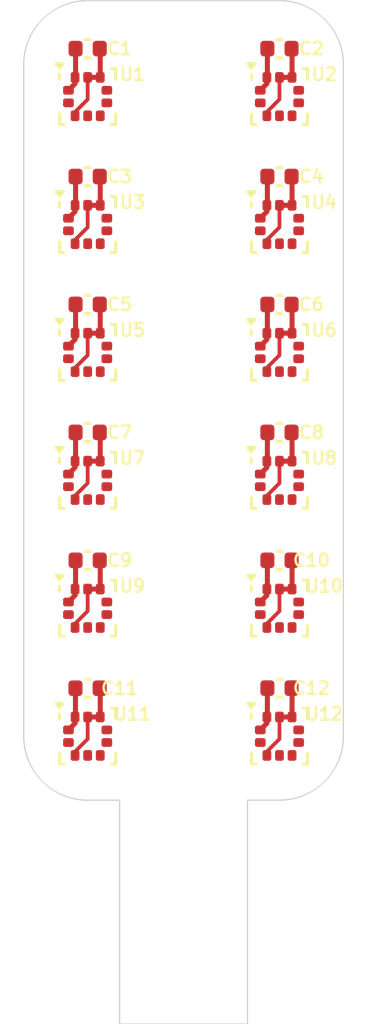
<source format=kicad_pcb>
(kicad_pcb (version 20240108) (generator "pcbnew") (generator_version "8.0")
  (layers (0 "F.Cu" signal) (31 "B.Cu" signal) (34 "B.Paste" user) (35 "F.Paste" user) (36 "B.SilkS" user "B.Silkscreen") (37 "F.SilkS" user "F.Silkscreen") (38 "B.Mask" user) (39 "F.Mask" user) (44 "Edge.Cuts" user))
  (net 0 "")
  (net 1 "GND")
  (net 2 "VDD")
  (net 4 "/Sensor1/CSn")
  (net 5 "/SDIO")
  (net 6 "/SCK")
  (net 8 "/Sensor2/CSn")
  (net 13 "/Sensor3/CSn")
  (net 16 "/Sensor4/CSn")
  (net 17 "/Sensor5/CSn")
  (net 20 "/Sensor6/CSn")
  (net 24 "/Sensor7/CSn")
  (net 27 "/Sensor8/CSn")
  (net 29 "/Sensor9/CSn")
  (net 32 "/Sensor10/CSn")
  (net 35 "/Sensor11/CSn")
  (net 38 "/Sensor12/CSn")
  (footprint "Capacitor_SMD:C_0402_1005Metric" (layer "F.Cu") (at 140.97 90.805)
    (property "Reference" "C2" (at 1.27 0 180) (layer "F.SilkS") (effects (font (size 0.5 0.5) (thickness 0.1))))
    (property "Value" "1u")
    (fp_line (start -0.107836 -0.36) (end 0.107836 -0.36) (stroke (width 0.12)) (layer "F.SilkS"))
    (fp_line (start -0.107836 0.36) (end 0.107836 0.36) (stroke (width 0.12)) (layer "F.SilkS"))
    (pad "1" smd roundrect (at -0.48 0) (size 0.56 0.62) (layers "F.Cu" "F.Paste" "F.Mask") (net 2 "VDD"))
    (pad "2" smd roundrect (at 0.48 0) (size 0.56 0.62) (layers "F.Cu" "F.Paste" "F.Mask") (net 1 "GND"))
  )
  (footprint "Capacitor_SMD:C_0402_1005Metric" (layer "F.Cu") (at 133.35 95.885)
    (property "Reference" "C3" (at 1.27 0 180) (layer "F.SilkS") (effects (font (size 0.5 0.5) (thickness 0.1))))
    (property "Value" "1u")
    (fp_line (start -0.107836 -0.36) (end 0.107836 -0.36) (stroke (width 0.12)) (layer "F.SilkS"))
    (fp_line (start -0.107836 0.36) (end 0.107836 0.36) (stroke (width 0.12)) (layer "F.SilkS"))
    (pad "1" smd roundrect (at -0.48 0) (size 0.56 0.62) (layers "F.Cu" "F.Paste" "F.Mask") (net 2 "VDD"))
    (pad "2" smd roundrect (at 0.48 0) (size 0.56 0.62) (layers "F.Cu" "F.Paste" "F.Mask") (net 1 "GND"))
  )
  (footprint "Capacitor_SMD:C_0402_1005Metric" (layer "F.Cu") (at 140.97 95.885)
    (property "Reference" "C4" (at 1.27 0 180) (layer "F.SilkS") (effects (font (size 0.5 0.5) (thickness 0.1))))
    (property "Value" "1u")
    (fp_line (start -0.107836 -0.36) (end 0.107836 -0.36) (stroke (width 0.12)) (layer "F.SilkS"))
    (fp_line (start -0.107836 0.36) (end 0.107836 0.36) (stroke (width 0.12)) (layer "F.SilkS"))
    (pad "1" smd roundrect (at -0.48 0) (size 0.56 0.62) (layers "F.Cu" "F.Paste" "F.Mask") (net 2 "VDD"))
    (pad "2" smd roundrect (at 0.48 0) (size 0.56 0.62) (layers "F.Cu" "F.Paste" "F.Mask") (net 1 "GND"))
  )
  (footprint "Package_LGA:ST_HLGA-10_2x2mm_P0.5mm_LayoutBorder3x2y" (layer "F.Cu") (at 133.35 102.87)
    (property "Reference" "U5" (at 1.778 -0.889 0) (layer "F.SilkS") (effects (font (size 0.5 0.5) (thickness 0.1))))
    (property "Value" "LPS22HB")
    (fp_line (start -1.12 -0.685) (end -1.12 -0.88) (stroke (width 0.12)) (layer "F.SilkS"))
    (fp_line (start -1.11 1.11) (end -1.11 0.685) (stroke (width 0.12)) (layer "F.SilkS"))
    (fp_line (start -0.935 1.11) (end -1.11 1.11) (stroke (width 0.12)) (layer "F.SilkS"))
    (fp_line (start 0.935 -1.11) (end 1.11 -1.11) (stroke (width 0.12)) (layer "F.SilkS"))
    (fp_line (start 0.935 1.11) (end 1.11 1.11) (stroke (width 0.12)) (layer "F.SilkS"))
    (fp_line (start 1.11 -1.11) (end 1.11 -0.685) (stroke (width 0.12)) (layer "F.SilkS"))
    (fp_line (start 1.11 1.11) (end 1.11 0.685) (stroke (width 0.12)) (layer "F.SilkS"))
    (fp_poly (pts (xy -1.12 -1.12) (xy -1.26 -1.31) (xy -0.98 -1.31) (xy -1.12 -1.12)) (stroke (width 0.12)) (fill solid) (layer "F.SilkS"))
    (pad "1" smd roundrect (at -0.7625 -0.25) (size 0.425 0.35) (layers "F.Cu" "F.Paste" "F.Mask") (net 2 "VDD"))
    (pad "2" smd roundrect (at -0.7625 0.25) (size 0.425 0.35) (layers "F.Cu" "F.Paste" "F.Mask") (net 6 "/SCK"))
    (pad "3" smd roundrect (at -0.5 0.7625) (size 0.35 0.425) (layers "F.Cu" "F.Paste" "F.Mask") (net 1 "GND"))
    (pad "4" smd roundrect (at 0 0.7625) (size 0.35 0.425) (layers "F.Cu" "F.Paste" "F.Mask") (net 5 "/SDIO"))
    (pad "5" smd roundrect (at 0.5 0.7625) (size 0.35 0.425) (layers "F.Cu" "F.Paste" "F.Mask"))
    (pad "6" smd roundrect (at 0.7625 0.25) (size 0.425 0.35) (layers "F.Cu" "F.Paste" "F.Mask") (net 17 "/Sensor5/CSn"))
    (pad "7" smd roundrect (at 0.7625 -0.25) (size 0.425 0.35) (layers "F.Cu" "F.Paste" "F.Mask"))
    (pad "8" smd roundrect (at 0.5 -0.7625) (size 0.35 0.425) (layers "F.Cu" "F.Paste" "F.Mask") (net 1 "GND"))
    (pad "9" smd roundrect (at 0 -0.7625) (size 0.35 0.425) (layers "F.Cu" "F.Paste" "F.Mask") (net 1 "GND"))
    (pad "10" smd roundrect (at -0.5 -0.7625) (size 0.35 0.425) (layers "F.Cu" "F.Paste" "F.Mask") (net 2 "VDD"))
  )
  (footprint "Capacitor_SMD:C_0402_1005Metric" (layer "F.Cu") (at 133.35 100.9625)
    (property "Reference" "C5" (at 1.27 0 180) (layer "F.SilkS") (effects (font (size 0.5 0.5) (thickness 0.1))))
    (property "Value" "1u")
    (fp_line (start -0.107836 -0.36) (end 0.107836 -0.36) (stroke (width 0.12)) (layer "F.SilkS"))
    (fp_line (start -0.107836 0.36) (end 0.107836 0.36) (stroke (width 0.12)) (layer "F.SilkS"))
    (pad "1" smd roundrect (at -0.48 0) (size 0.56 0.62) (layers "F.Cu" "F.Paste" "F.Mask") (net 2 "VDD"))
    (pad "2" smd roundrect (at 0.48 0) (size 0.56 0.62) (layers "F.Cu" "F.Paste" "F.Mask") (net 1 "GND"))
  )
  (footprint "Package_LGA:ST_HLGA-10_2x2mm_P0.5mm_LayoutBorder3x2y" (layer "F.Cu") (at 133.35 92.71)
    (property "Reference" "U1" (at 1.778 -0.889 0) (layer "F.SilkS") (effects (font (size 0.5 0.5) (thickness 0.1))))
    (property "Value" "LPS22HB")
    (fp_line (start -1.12 -0.685) (end -1.12 -0.88) (stroke (width 0.12)) (layer "F.SilkS"))
    (fp_line (start -1.11 1.11) (end -1.11 0.685) (stroke (width 0.12)) (layer "F.SilkS"))
    (fp_line (start -0.935 1.11) (end -1.11 1.11) (stroke (width 0.12)) (layer "F.SilkS"))
    (fp_line (start 0.935 -1.11) (end 1.11 -1.11) (stroke (width 0.12)) (layer "F.SilkS"))
    (fp_line (start 0.935 1.11) (end 1.11 1.11) (stroke (width 0.12)) (layer "F.SilkS"))
    (fp_line (start 1.11 -1.11) (end 1.11 -0.685) (stroke (width 0.12)) (layer "F.SilkS"))
    (fp_line (start 1.11 1.11) (end 1.11 0.685) (stroke (width 0.12)) (layer "F.SilkS"))
    (fp_poly (pts (xy -1.12 -1.12) (xy -1.26 -1.31) (xy -0.98 -1.31) (xy -1.12 -1.12)) (stroke (width 0.12)) (fill solid) (layer "F.SilkS"))
    (pad "1" smd roundrect (at -0.7625 -0.25) (size 0.425 0.35) (layers "F.Cu" "F.Paste" "F.Mask") (net 2 "VDD"))
    (pad "2" smd roundrect (at -0.7625 0.25) (size 0.425 0.35) (layers "F.Cu" "F.Paste" "F.Mask") (net 6 "/SCK"))
    (pad "3" smd roundrect (at -0.5 0.7625) (size 0.35 0.425) (layers "F.Cu" "F.Paste" "F.Mask") (net 1 "GND"))
    (pad "4" smd roundrect (at 0 0.7625) (size 0.35 0.425) (layers "F.Cu" "F.Paste" "F.Mask") (net 5 "/SDIO"))
    (pad "5" smd roundrect (at 0.5 0.7625) (size 0.35 0.425) (layers "F.Cu" "F.Paste" "F.Mask"))
    (pad "6" smd roundrect (at 0.7625 0.25) (size 0.425 0.35) (layers "F.Cu" "F.Paste" "F.Mask") (net 4 "/Sensor1/CSn"))
    (pad "7" smd roundrect (at 0.7625 -0.25) (size 0.425 0.35) (layers "F.Cu" "F.Paste" "F.Mask"))
    (pad "8" smd roundrect (at 0.5 -0.7625) (size 0.35 0.425) (layers "F.Cu" "F.Paste" "F.Mask") (net 1 "GND"))
    (pad "9" smd roundrect (at 0 -0.7625) (size 0.35 0.425) (layers "F.Cu" "F.Paste" "F.Mask") (net 1 "GND"))
    (pad "10" smd roundrect (at -0.5 -0.7625) (size 0.35 0.425) (layers "F.Cu" "F.Paste" "F.Mask") (net 2 "VDD"))
  )
  (footprint "Capacitor_SMD:C_0402_1005Metric" (layer "F.Cu") (at 140.97 116.201)
    (property "Reference" "C12" (at 1.27 0 180) (layer "F.SilkS") (effects (font (size 0.5 0.5) (thickness 0.1))))
    (property "Value" "1u")
    (fp_line (start -0.107836 -0.36) (end 0.107836 -0.36) (stroke (width 0.12)) (layer "F.SilkS"))
    (fp_line (start -0.107836 0.36) (end 0.107836 0.36) (stroke (width 0.12)) (layer "F.SilkS"))
    (pad "1" smd roundrect (at -0.48 0) (size 0.56 0.62) (layers "F.Cu" "F.Paste" "F.Mask") (net 2 "VDD"))
    (pad "2" smd roundrect (at 0.48 0) (size 0.56 0.62) (layers "F.Cu" "F.Paste" "F.Mask") (net 1 "GND"))
  )
  (footprint "Package_LGA:ST_HLGA-10_2x2mm_P0.5mm_LayoutBorder3x2y" (layer "F.Cu") (at 140.97 102.87)
    (property "Reference" "U6" (at 1.778 -0.889 0) (layer "F.SilkS") (effects (font (size 0.5 0.5) (thickness 0.1))))
    (property "Value" "LPS22HB")
    (fp_line (start -1.12 -0.685) (end -1.12 -0.88) (stroke (width 0.12)) (layer "F.SilkS"))
    (fp_line (start -1.11 1.11) (end -1.11 0.685) (stroke (width 0.12)) (layer "F.SilkS"))
    (fp_line (start -0.935 1.11) (end -1.11 1.11) (stroke (width 0.12)) (layer "F.SilkS"))
    (fp_line (start 0.935 -1.11) (end 1.11 -1.11) (stroke (width 0.12)) (layer "F.SilkS"))
    (fp_line (start 0.935 1.11) (end 1.11 1.11) (stroke (width 0.12)) (layer "F.SilkS"))
    (fp_line (start 1.11 -1.11) (end 1.11 -0.685) (stroke (width 0.12)) (layer "F.SilkS"))
    (fp_line (start 1.11 1.11) (end 1.11 0.685) (stroke (width 0.12)) (layer "F.SilkS"))
    (fp_poly (pts (xy -1.12 -1.12) (xy -1.26 -1.31) (xy -0.98 -1.31) (xy -1.12 -1.12)) (stroke (width 0.12)) (fill solid) (layer "F.SilkS"))
    (pad "1" smd roundrect (at -0.7625 -0.25) (size 0.425 0.35) (layers "F.Cu" "F.Paste" "F.Mask") (net 2 "VDD"))
    (pad "2" smd roundrect (at -0.7625 0.25) (size 0.425 0.35) (layers "F.Cu" "F.Paste" "F.Mask") (net 6 "/SCK"))
    (pad "3" smd roundrect (at -0.5 0.7625) (size 0.35 0.425) (layers "F.Cu" "F.Paste" "F.Mask") (net 1 "GND"))
    (pad "4" smd roundrect (at 0 0.7625) (size 0.35 0.425) (layers "F.Cu" "F.Paste" "F.Mask") (net 5 "/SDIO"))
    (pad "5" smd roundrect (at 0.5 0.7625) (size 0.35 0.425) (layers "F.Cu" "F.Paste" "F.Mask"))
    (pad "6" smd roundrect (at 0.7625 0.25) (size 0.425 0.35) (layers "F.Cu" "F.Paste" "F.Mask") (net 20 "/Sensor6/CSn"))
    (pad "7" smd roundrect (at 0.7625 -0.25) (size 0.425 0.35) (layers "F.Cu" "F.Paste" "F.Mask"))
    (pad "8" smd roundrect (at 0.5 -0.7625) (size 0.35 0.425) (layers "F.Cu" "F.Paste" "F.Mask") (net 1 "GND"))
    (pad "9" smd roundrect (at 0 -0.7625) (size 0.35 0.425) (layers "F.Cu" "F.Paste" "F.Mask") (net 1 "GND"))
    (pad "10" smd roundrect (at -0.5 -0.7625) (size 0.35 0.425) (layers "F.Cu" "F.Paste" "F.Mask") (net 2 "VDD"))
  )
  (footprint "Package_LGA:ST_HLGA-10_2x2mm_P0.5mm_LayoutBorder3x2y" (layer "F.Cu") (at 140.97 92.71)
    (property "Reference" "U2" (at 1.778 -0.889 0) (layer "F.SilkS") (effects (font (size 0.5 0.5) (thickness 0.1))))
    (property "Value" "LPS22HB")
    (fp_line (start -1.12 -0.685) (end -1.12 -0.88) (stroke (width 0.12)) (layer "F.SilkS"))
    (fp_line (start -1.11 1.11) (end -1.11 0.685) (stroke (width 0.12)) (layer "F.SilkS"))
    (fp_line (start -0.935 1.11) (end -1.11 1.11) (stroke (width 0.12)) (layer "F.SilkS"))
    (fp_line (start 0.935 -1.11) (end 1.11 -1.11) (stroke (width 0.12)) (layer "F.SilkS"))
    (fp_line (start 0.935 1.11) (end 1.11 1.11) (stroke (width 0.12)) (layer "F.SilkS"))
    (fp_line (start 1.11 -1.11) (end 1.11 -0.685) (stroke (width 0.12)) (layer "F.SilkS"))
    (fp_line (start 1.11 1.11) (end 1.11 0.685) (stroke (width 0.12)) (layer "F.SilkS"))
    (fp_poly (pts (xy -1.12 -1.12) (xy -1.26 -1.31) (xy -0.98 -1.31) (xy -1.12 -1.12)) (stroke (width 0.12)) (fill solid) (layer "F.SilkS"))
    (pad "1" smd roundrect (at -0.7625 -0.25) (size 0.425 0.35) (layers "F.Cu" "F.Paste" "F.Mask") (net 2 "VDD"))
    (pad "2" smd roundrect (at -0.7625 0.25) (size 0.425 0.35) (layers "F.Cu" "F.Paste" "F.Mask") (net 6 "/SCK"))
    (pad "3" smd roundrect (at -0.5 0.7625) (size 0.35 0.425) (layers "F.Cu" "F.Paste" "F.Mask") (net 1 "GND"))
    (pad "4" smd roundrect (at 0 0.7625) (size 0.35 0.425) (layers "F.Cu" "F.Paste" "F.Mask") (net 5 "/SDIO"))
    (pad "5" smd roundrect (at 0.5 0.7625) (size 0.35 0.425) (layers "F.Cu" "F.Paste" "F.Mask"))
    (pad "6" smd roundrect (at 0.7625 0.25) (size 0.425 0.35) (layers "F.Cu" "F.Paste" "F.Mask") (net 8 "/Sensor2/CSn"))
    (pad "7" smd roundrect (at 0.7625 -0.25) (size 0.425 0.35) (layers "F.Cu" "F.Paste" "F.Mask"))
    (pad "8" smd roundrect (at 0.5 -0.7625) (size 0.35 0.425) (layers "F.Cu" "F.Paste" "F.Mask") (net 1 "GND"))
    (pad "9" smd roundrect (at 0 -0.7625) (size 0.35 0.425) (layers "F.Cu" "F.Paste" "F.Mask") (net 1 "GND"))
    (pad "10" smd roundrect (at -0.5 -0.7625) (size 0.35 0.425) (layers "F.Cu" "F.Paste" "F.Mask") (net 2 "VDD"))
  )
  (footprint "Capacitor_SMD:C_0402_1005Metric" (layer "F.Cu") (at 140.97 111.1245)
    (property "Reference" "C10" (at 1.27 0 180) (layer "F.SilkS") (effects (font (size 0.5 0.5) (thickness 0.1))))
    (property "Value" "1u")
    (fp_line (start -0.107836 -0.36) (end 0.107836 -0.36) (stroke (width 0.12)) (layer "F.SilkS"))
    (fp_line (start -0.107836 0.36) (end 0.107836 0.36) (stroke (width 0.12)) (layer "F.SilkS"))
    (pad "1" smd roundrect (at -0.48 0) (size 0.56 0.62) (layers "F.Cu" "F.Paste" "F.Mask") (net 2 "VDD"))
    (pad "2" smd roundrect (at 0.48 0) (size 0.56 0.62) (layers "F.Cu" "F.Paste" "F.Mask") (net 1 "GND"))
  )
  (footprint "Capacitor_SMD:C_0402_1005Metric" (layer "F.Cu") (at 133.35 90.805)
    (property "Reference" "C1" (at 1.27 0 180) (layer "F.SilkS") (effects (font (size 0.5 0.5) (thickness 0.1))))
    (property "Value" "1u")
    (fp_line (start -0.107836 -0.36) (end 0.107836 -0.36) (stroke (width 0.12)) (layer "F.SilkS"))
    (fp_line (start -0.107836 0.36) (end 0.107836 0.36) (stroke (width 0.12)) (layer "F.SilkS"))
    (pad "1" smd roundrect (at -0.48 0) (size 0.56 0.62) (layers "F.Cu" "F.Paste" "F.Mask") (net 2 "VDD"))
    (pad "2" smd roundrect (at 0.48 0) (size 0.56 0.62) (layers "F.Cu" "F.Paste" "F.Mask") (net 1 "GND"))
  )
  (footprint "Package_LGA:ST_HLGA-10_2x2mm_P0.5mm_LayoutBorder3x2y" (layer "F.Cu") (at 140.97 107.9505)
    (property "Reference" "U8" (at 1.778 -0.889 0) (layer "F.SilkS") (effects (font (size 0.5 0.5) (thickness 0.1))))
    (property "Value" "LPS22HB")
    (fp_line (start -1.12 -0.685) (end -1.12 -0.88) (stroke (width 0.12)) (layer "F.SilkS"))
    (fp_line (start -1.11 1.11) (end -1.11 0.685) (stroke (width 0.12)) (layer "F.SilkS"))
    (fp_line (start -0.935 1.11) (end -1.11 1.11) (stroke (width 0.12)) (layer "F.SilkS"))
    (fp_line (start 0.935 -1.11) (end 1.11 -1.11) (stroke (width 0.12)) (layer "F.SilkS"))
    (fp_line (start 0.935 1.11) (end 1.11 1.11) (stroke (width 0.12)) (layer "F.SilkS"))
    (fp_line (start 1.11 -1.11) (end 1.11 -0.685) (stroke (width 0.12)) (layer "F.SilkS"))
    (fp_line (start 1.11 1.11) (end 1.11 0.685) (stroke (width 0.12)) (layer "F.SilkS"))
    (fp_poly (pts (xy -1.12 -1.12) (xy -1.26 -1.31) (xy -0.98 -1.31) (xy -1.12 -1.12)) (stroke (width 0.12)) (fill solid) (layer "F.SilkS"))
    (pad "1" smd roundrect (at -0.7625 -0.25) (size 0.425 0.35) (layers "F.Cu" "F.Paste" "F.Mask") (net 2 "VDD"))
    (pad "2" smd roundrect (at -0.7625 0.25) (size 0.425 0.35) (layers "F.Cu" "F.Paste" "F.Mask") (net 6 "/SCK"))
    (pad "3" smd roundrect (at -0.5 0.7625) (size 0.35 0.425) (layers "F.Cu" "F.Paste" "F.Mask") (net 1 "GND"))
    (pad "4" smd roundrect (at 0 0.7625) (size 0.35 0.425) (layers "F.Cu" "F.Paste" "F.Mask") (net 5 "/SDIO"))
    (pad "5" smd roundrect (at 0.5 0.7625) (size 0.35 0.425) (layers "F.Cu" "F.Paste" "F.Mask"))
    (pad "6" smd roundrect (at 0.7625 0.25) (size 0.425 0.35) (layers "F.Cu" "F.Paste" "F.Mask") (net 27 "/Sensor8/CSn"))
    (pad "7" smd roundrect (at 0.7625 -0.25) (size 0.425 0.35) (layers "F.Cu" "F.Paste" "F.Mask"))
    (pad "8" smd roundrect (at 0.5 -0.7625) (size 0.35 0.425) (layers "F.Cu" "F.Paste" "F.Mask") (net 1 "GND"))
    (pad "9" smd roundrect (at 0 -0.7625) (size 0.35 0.425) (layers "F.Cu" "F.Paste" "F.Mask") (net 1 "GND"))
    (pad "10" smd roundrect (at -0.5 -0.7625) (size 0.35 0.425) (layers "F.Cu" "F.Paste" "F.Mask") (net 2 "VDD"))
  )
  (footprint "Package_LGA:ST_HLGA-10_2x2mm_P0.5mm_LayoutBorder3x2y" (layer "F.Cu") (at 133.35 107.95)
    (property "Reference" "U7" (at 1.778 -0.889 0) (layer "F.SilkS") (effects (font (size 0.5 0.5) (thickness 0.1))))
    (property "Value" "LPS22HB")
    (fp_line (start -1.12 -0.685) (end -1.12 -0.88) (stroke (width 0.12)) (layer "F.SilkS"))
    (fp_line (start -1.11 1.11) (end -1.11 0.685) (stroke (width 0.12)) (layer "F.SilkS"))
    (fp_line (start -0.935 1.11) (end -1.11 1.11) (stroke (width 0.12)) (layer "F.SilkS"))
    (fp_line (start 0.935 -1.11) (end 1.11 -1.11) (stroke (width 0.12)) (layer "F.SilkS"))
    (fp_line (start 0.935 1.11) (end 1.11 1.11) (stroke (width 0.12)) (layer "F.SilkS"))
    (fp_line (start 1.11 -1.11) (end 1.11 -0.685) (stroke (width 0.12)) (layer "F.SilkS"))
    (fp_line (start 1.11 1.11) (end 1.11 0.685) (stroke (width 0.12)) (layer "F.SilkS"))
    (fp_poly (pts (xy -1.12 -1.12) (xy -1.26 -1.31) (xy -0.98 -1.31) (xy -1.12 -1.12)) (stroke (width 0.12)) (fill solid) (layer "F.SilkS"))
    (pad "1" smd roundrect (at -0.7625 -0.25) (size 0.425 0.35) (layers "F.Cu" "F.Paste" "F.Mask") (net 2 "VDD"))
    (pad "2" smd roundrect (at -0.7625 0.25) (size 0.425 0.35) (layers "F.Cu" "F.Paste" "F.Mask") (net 6 "/SCK"))
    (pad "3" smd roundrect (at -0.5 0.7625) (size 0.35 0.425) (layers "F.Cu" "F.Paste" "F.Mask") (net 1 "GND"))
    (pad "4" smd roundrect (at 0 0.7625) (size 0.35 0.425) (layers "F.Cu" "F.Paste" "F.Mask") (net 5 "/SDIO"))
    (pad "5" smd roundrect (at 0.5 0.7625) (size 0.35 0.425) (layers "F.Cu" "F.Paste" "F.Mask"))
    (pad "6" smd roundrect (at 0.7625 0.25) (size 0.425 0.35) (layers "F.Cu" "F.Paste" "F.Mask") (net 24 "/Sensor7/CSn"))
    (pad "7" smd roundrect (at 0.7625 -0.25) (size 0.425 0.35) (layers "F.Cu" "F.Paste" "F.Mask"))
    (pad "8" smd roundrect (at 0.5 -0.7625) (size 0.35 0.425) (layers "F.Cu" "F.Paste" "F.Mask") (net 1 "GND"))
    (pad "9" smd roundrect (at 0 -0.7625) (size 0.35 0.425) (layers "F.Cu" "F.Paste" "F.Mask") (net 1 "GND"))
    (pad "10" smd roundrect (at -0.5 -0.7625) (size 0.35 0.425) (layers "F.Cu" "F.Paste" "F.Mask") (net 2 "VDD"))
  )
  (footprint "Package_LGA:ST_HLGA-10_2x2mm_P0.5mm_LayoutBorder3x2y" (layer "F.Cu") (at 140.97 118.11)
    (property "Reference" "U12" (at 1.778 -0.889 0) (layer "F.SilkS") (effects (font (size 0.5 0.5) (thickness 0.1))))
    (property "Value" "LPS22HB")
    (fp_line (start -1.12 -0.685) (end -1.12 -0.88) (stroke (width 0.12)) (layer "F.SilkS"))
    (fp_line (start -1.11 1.11) (end -1.11 0.685) (stroke (width 0.12)) (layer "F.SilkS"))
    (fp_line (start -0.935 1.11) (end -1.11 1.11) (stroke (width 0.12)) (layer "F.SilkS"))
    (fp_line (start 0.935 -1.11) (end 1.11 -1.11) (stroke (width 0.12)) (layer "F.SilkS"))
    (fp_line (start 0.935 1.11) (end 1.11 1.11) (stroke (width 0.12)) (layer "F.SilkS"))
    (fp_line (start 1.11 -1.11) (end 1.11 -0.685) (stroke (width 0.12)) (layer "F.SilkS"))
    (fp_line (start 1.11 1.11) (end 1.11 0.685) (stroke (width 0.12)) (layer "F.SilkS"))
    (fp_poly (pts (xy -1.12 -1.12) (xy -1.26 -1.31) (xy -0.98 -1.31) (xy -1.12 -1.12)) (stroke (width 0.12)) (fill solid) (layer "F.SilkS"))
    (pad "1" smd roundrect (at -0.7625 -0.25) (size 0.425 0.35) (layers "F.Cu" "F.Paste" "F.Mask") (net 2 "VDD"))
    (pad "2" smd roundrect (at -0.7625 0.25) (size 0.425 0.35) (layers "F.Cu" "F.Paste" "F.Mask") (net 6 "/SCK"))
    (pad "3" smd roundrect (at -0.5 0.7625) (size 0.35 0.425) (layers "F.Cu" "F.Paste" "F.Mask") (net 1 "GND"))
    (pad "4" smd roundrect (at 0 0.7625) (size 0.35 0.425) (layers "F.Cu" "F.Paste" "F.Mask") (net 5 "/SDIO"))
    (pad "5" smd roundrect (at 0.5 0.7625) (size 0.35 0.425) (layers "F.Cu" "F.Paste" "F.Mask"))
    (pad "6" smd roundrect (at 0.7625 0.25) (size 0.425 0.35) (layers "F.Cu" "F.Paste" "F.Mask") (net 38 "/Sensor12/CSn"))
    (pad "7" smd roundrect (at 0.7625 -0.25) (size 0.425 0.35) (layers "F.Cu" "F.Paste" "F.Mask"))
    (pad "8" smd roundrect (at 0.5 -0.7625) (size 0.35 0.425) (layers "F.Cu" "F.Paste" "F.Mask") (net 1 "GND"))
    (pad "9" smd roundrect (at 0 -0.7625) (size 0.35 0.425) (layers "F.Cu" "F.Paste" "F.Mask") (net 1 "GND"))
    (pad "10" smd roundrect (at -0.5 -0.7625) (size 0.35 0.425) (layers "F.Cu" "F.Paste" "F.Mask") (net 2 "VDD"))
  )
  (footprint "Capacitor_SMD:C_0402_1005Metric" (layer "F.Cu") (at 140.97 106.0455)
    (property "Reference" "C8" (at 1.27 0 180) (layer "F.SilkS") (effects (font (size 0.5 0.5) (thickness 0.1))))
    (property "Value" "1u")
    (fp_line (start -0.107836 -0.36) (end 0.107836 -0.36) (stroke (width 0.12)) (layer "F.SilkS"))
    (fp_line (start -0.107836 0.36) (end 0.107836 0.36) (stroke (width 0.12)) (layer "F.SilkS"))
    (pad "1" smd roundrect (at -0.48 0) (size 0.56 0.62) (layers "F.Cu" "F.Paste" "F.Mask") (net 2 "VDD"))
    (pad "2" smd roundrect (at 0.48 0) (size 0.56 0.62) (layers "F.Cu" "F.Paste" "F.Mask") (net 1 "GND"))
  )
  (footprint "Capacitor_SMD:C_0402_1005Metric" (layer "F.Cu") (at 133.35 106.0455)
    (property "Reference" "C7" (at 1.27 0 180) (layer "F.SilkS") (effects (font (size 0.5 0.5) (thickness 0.1))))
    (property "Value" "1u")
    (fp_line (start -0.107836 -0.36) (end 0.107836 -0.36) (stroke (width 0.12)) (layer "F.SilkS"))
    (fp_line (start -0.107836 0.36) (end 0.107836 0.36) (stroke (width 0.12)) (layer "F.SilkS"))
    (pad "1" smd roundrect (at -0.48 0) (size 0.56 0.62) (layers "F.Cu" "F.Paste" "F.Mask") (net 2 "VDD"))
    (pad "2" smd roundrect (at 0.48 0) (size 0.56 0.62) (layers "F.Cu" "F.Paste" "F.Mask") (net 1 "GND"))
  )
  (footprint "Capacitor_SMD:C_0402_1005Metric" (layer "F.Cu") (at 140.97 100.965)
    (property "Reference" "C6" (at 1.27 0 180) (layer "F.SilkS") (effects (font (size 0.5 0.5) (thickness 0.1))))
    (property "Value" "1u")
    (fp_line (start -0.107836 -0.36) (end 0.107836 -0.36) (stroke (width 0.12)) (layer "F.SilkS"))
    (fp_line (start -0.107836 0.36) (end 0.107836 0.36) (stroke (width 0.12)) (layer "F.SilkS"))
    (pad "1" smd roundrect (at -0.48 0) (size 0.56 0.62) (layers "F.Cu" "F.Paste" "F.Mask") (net 2 "VDD"))
    (pad "2" smd roundrect (at 0.48 0) (size 0.56 0.62) (layers "F.Cu" "F.Paste" "F.Mask") (net 1 "GND"))
  )
  (footprint "Package_LGA:ST_HLGA-10_2x2mm_P0.5mm_LayoutBorder3x2y" (layer "F.Cu") (at 133.35 113.03)
    (property "Reference" "U9" (at 1.778 -0.889 0) (layer "F.SilkS") (effects (font (size 0.5 0.5) (thickness 0.1))))
    (property "Value" "LPS22HB")
    (fp_line (start -1.12 -0.685) (end -1.12 -0.88) (stroke (width 0.12)) (layer "F.SilkS"))
    (fp_line (start -1.11 1.11) (end -1.11 0.685) (stroke (width 0.12)) (layer "F.SilkS"))
    (fp_line (start -0.935 1.11) (end -1.11 1.11) (stroke (width 0.12)) (layer "F.SilkS"))
    (fp_line (start 0.935 -1.11) (end 1.11 -1.11) (stroke (width 0.12)) (layer "F.SilkS"))
    (fp_line (start 0.935 1.11) (end 1.11 1.11) (stroke (width 0.12)) (layer "F.SilkS"))
    (fp_line (start 1.11 -1.11) (end 1.11 -0.685) (stroke (width 0.12)) (layer "F.SilkS"))
    (fp_line (start 1.11 1.11) (end 1.11 0.685) (stroke (width 0.12)) (layer "F.SilkS"))
    (fp_poly (pts (xy -1.12 -1.12) (xy -1.26 -1.31) (xy -0.98 -1.31) (xy -1.12 -1.12)) (stroke (width 0.12)) (fill solid) (layer "F.SilkS"))
    (pad "1" smd roundrect (at -0.7625 -0.25) (size 0.425 0.35) (layers "F.Cu" "F.Paste" "F.Mask") (net 2 "VDD"))
    (pad "2" smd roundrect (at -0.7625 0.25) (size 0.425 0.35) (layers "F.Cu" "F.Paste" "F.Mask") (net 6 "/SCK"))
    (pad "3" smd roundrect (at -0.5 0.7625) (size 0.35 0.425) (layers "F.Cu" "F.Paste" "F.Mask") (net 1 "GND"))
    (pad "4" smd roundrect (at 0 0.7625) (size 0.35 0.425) (layers "F.Cu" "F.Paste" "F.Mask") (net 5 "/SDIO"))
    (pad "5" smd roundrect (at 0.5 0.7625) (size 0.35 0.425) (layers "F.Cu" "F.Paste" "F.Mask"))
    (pad "6" smd roundrect (at 0.7625 0.25) (size 0.425 0.35) (layers "F.Cu" "F.Paste" "F.Mask") (net 29 "/Sensor9/CSn"))
    (pad "7" smd roundrect (at 0.7625 -0.25) (size 0.425 0.35) (layers "F.Cu" "F.Paste" "F.Mask"))
    (pad "8" smd roundrect (at 0.5 -0.7625) (size 0.35 0.425) (layers "F.Cu" "F.Paste" "F.Mask") (net 1 "GND"))
    (pad "9" smd roundrect (at 0 -0.7625) (size 0.35 0.425) (layers "F.Cu" "F.Paste" "F.Mask") (net 1 "GND"))
    (pad "10" smd roundrect (at -0.5 -0.7625) (size 0.35 0.425) (layers "F.Cu" "F.Paste" "F.Mask") (net 2 "VDD"))
  )
  (footprint "Package_LGA:ST_HLGA-10_2x2mm_P0.5mm_LayoutBorder3x2y" (layer "F.Cu") (at 133.35 97.79)
    (property "Reference" "U3" (at 1.778 -0.889 0) (layer "F.SilkS") (effects (font (size 0.5 0.5) (thickness 0.1))))
    (property "Value" "LPS22HB")
    (fp_line (start -1.12 -0.685) (end -1.12 -0.88) (stroke (width 0.12)) (layer "F.SilkS"))
    (fp_line (start -1.11 1.11) (end -1.11 0.685) (stroke (width 0.12)) (layer "F.SilkS"))
    (fp_line (start -0.935 1.11) (end -1.11 1.11) (stroke (width 0.12)) (layer "F.SilkS"))
    (fp_line (start 0.935 -1.11) (end 1.11 -1.11) (stroke (width 0.12)) (layer "F.SilkS"))
    (fp_line (start 0.935 1.11) (end 1.11 1.11) (stroke (width 0.12)) (layer "F.SilkS"))
    (fp_line (start 1.11 -1.11) (end 1.11 -0.685) (stroke (width 0.12)) (layer "F.SilkS"))
    (fp_line (start 1.11 1.11) (end 1.11 0.685) (stroke (width 0.12)) (layer "F.SilkS"))
    (fp_poly (pts (xy -1.12 -1.12) (xy -1.26 -1.31) (xy -0.98 -1.31) (xy -1.12 -1.12)) (stroke (width 0.12)) (fill solid) (layer "F.SilkS"))
    (pad "1" smd roundrect (at -0.7625 -0.25) (size 0.425 0.35) (layers "F.Cu" "F.Paste" "F.Mask") (net 2 "VDD"))
    (pad "2" smd roundrect (at -0.7625 0.25) (size 0.425 0.35) (layers "F.Cu" "F.Paste" "F.Mask") (net 6 "/SCK"))
    (pad "3" smd roundrect (at -0.5 0.7625) (size 0.35 0.425) (layers "F.Cu" "F.Paste" "F.Mask") (net 1 "GND"))
    (pad "4" smd roundrect (at 0 0.7625) (size 0.35 0.425) (layers "F.Cu" "F.Paste" "F.Mask") (net 5 "/SDIO"))
    (pad "5" smd roundrect (at 0.5 0.7625) (size 0.35 0.425) (layers "F.Cu" "F.Paste" "F.Mask"))
    (pad "6" smd roundrect (at 0.7625 0.25) (size 0.425 0.35) (layers "F.Cu" "F.Paste" "F.Mask") (net 13 "/Sensor3/CSn"))
    (pad "7" smd roundrect (at 0.7625 -0.25) (size 0.425 0.35) (layers "F.Cu" "F.Paste" "F.Mask"))
    (pad "8" smd roundrect (at 0.5 -0.7625) (size 0.35 0.425) (layers "F.Cu" "F.Paste" "F.Mask") (net 1 "GND"))
    (pad "9" smd roundrect (at 0 -0.7625) (size 0.35 0.425) (layers "F.Cu" "F.Paste" "F.Mask") (net 1 "GND"))
    (pad "10" smd roundrect (at -0.5 -0.7625) (size 0.35 0.425) (layers "F.Cu" "F.Paste" "F.Mask") (net 2 "VDD"))
  )
  (footprint "Capacitor_SMD:C_0402_1005Metric" (layer "F.Cu") (at 133.35 111.125)
    (property "Reference" "C9" (at 1.27 0 180) (layer "F.SilkS") (effects (font (size 0.5 0.5) (thickness 0.1))))
    (property "Value" "1u")
    (fp_line (start -0.107836 -0.36) (end 0.107836 -0.36) (stroke (width 0.12)) (layer "F.SilkS"))
    (fp_line (start -0.107836 0.36) (end 0.107836 0.36) (stroke (width 0.12)) (layer "F.SilkS"))
    (pad "1" smd roundrect (at -0.48 0) (size 0.56 0.62) (layers "F.Cu" "F.Paste" "F.Mask") (net 2 "VDD"))
    (pad "2" smd roundrect (at 0.48 0) (size 0.56 0.62) (layers "F.Cu" "F.Paste" "F.Mask") (net 1 "GND"))
  )
  (footprint "Package_LGA:ST_HLGA-10_2x2mm_P0.5mm_LayoutBorder3x2y" (layer "F.Cu") (at 133.35 118.11)
    (property "Reference" "U11" (at 1.778 -0.889 0) (layer "F.SilkS") (effects (font (size 0.5 0.5) (thickness 0.1))))
    (property "Value" "LPS22HB")
    (fp_line (start -1.12 -0.685) (end -1.12 -0.88) (stroke (width 0.12)) (layer "F.SilkS"))
    (fp_line (start -1.11 1.11) (end -1.11 0.685) (stroke (width 0.12)) (layer "F.SilkS"))
    (fp_line (start -0.935 1.11) (end -1.11 1.11) (stroke (width 0.12)) (layer "F.SilkS"))
    (fp_line (start 0.935 -1.11) (end 1.11 -1.11) (stroke (width 0.12)) (layer "F.SilkS"))
    (fp_line (start 0.935 1.11) (end 1.11 1.11) (stroke (width 0.12)) (layer "F.SilkS"))
    (fp_line (start 1.11 -1.11) (end 1.11 -0.685) (stroke (width 0.12)) (layer "F.SilkS"))
    (fp_line (start 1.11 1.11) (end 1.11 0.685) (stroke (width 0.12)) (layer "F.SilkS"))
    (fp_poly (pts (xy -1.12 -1.12) (xy -1.26 -1.31) (xy -0.98 -1.31) (xy -1.12 -1.12)) (stroke (width 0.12)) (fill solid) (layer "F.SilkS"))
    (pad "1" smd roundrect (at -0.7625 -0.25) (size 0.425 0.35) (layers "F.Cu" "F.Paste" "F.Mask") (net 2 "VDD"))
    (pad "2" smd roundrect (at -0.7625 0.25) (size 0.425 0.35) (layers "F.Cu" "F.Paste" "F.Mask") (net 6 "/SCK"))
    (pad "3" smd roundrect (at -0.5 0.7625) (size 0.35 0.425) (layers "F.Cu" "F.Paste" "F.Mask") (net 1 "GND"))
    (pad "4" smd roundrect (at 0 0.7625) (size 0.35 0.425) (layers "F.Cu" "F.Paste" "F.Mask") (net 5 "/SDIO"))
    (pad "5" smd roundrect (at 0.5 0.7625) (size 0.35 0.425) (layers "F.Cu" "F.Paste" "F.Mask"))
    (pad "6" smd roundrect (at 0.7625 0.25) (size 0.425 0.35) (layers "F.Cu" "F.Paste" "F.Mask") (net 35 "/Sensor11/CSn"))
    (pad "7" smd roundrect (at 0.7625 -0.25) (size 0.425 0.35) (layers "F.Cu" "F.Paste" "F.Mask"))
    (pad "8" smd roundrect (at 0.5 -0.7625) (size 0.35 0.425) (layers "F.Cu" "F.Paste" "F.Mask") (net 1 "GND"))
    (pad "9" smd roundrect (at 0 -0.7625) (size 0.35 0.425) (layers "F.Cu" "F.Paste" "F.Mask") (net 1 "GND"))
    (pad "10" smd roundrect (at -0.5 -0.7625) (size 0.35 0.425) (layers "F.Cu" "F.Paste" "F.Mask") (net 2 "VDD"))
  )
  (footprint "Package_LGA:ST_HLGA-10_2x2mm_P0.5mm_LayoutBorder3x2y" (layer "F.Cu") (at 140.97 113.03)
    (property "Reference" "U10" (at 1.778 -0.889 0) (layer "F.SilkS") (effects (font (size 0.5 0.5) (thickness 0.1))))
    (property "Value" "LPS22HB")
    (fp_line (start -1.12 -0.685) (end -1.12 -0.88) (stroke (width 0.12)) (layer "F.SilkS"))
    (fp_line (start -1.11 1.11) (end -1.11 0.685) (stroke (width 0.12)) (layer "F.SilkS"))
    (fp_line (start -0.935 1.11) (end -1.11 1.11) (stroke (width 0.12)) (layer "F.SilkS"))
    (fp_line (start 0.935 -1.11) (end 1.11 -1.11) (stroke (width 0.12)) (layer "F.SilkS"))
    (fp_line (start 0.935 1.11) (end 1.11 1.11) (stroke (width 0.12)) (layer "F.SilkS"))
    (fp_line (start 1.11 -1.11) (end 1.11 -0.685) (stroke (width 0.12)) (layer "F.SilkS"))
    (fp_line (start 1.11 1.11) (end 1.11 0.685) (stroke (width 0.12)) (layer "F.SilkS"))
    (fp_poly (pts (xy -1.12 -1.12) (xy -1.26 -1.31) (xy -0.98 -1.31) (xy -1.12 -1.12)) (stroke (width 0.12)) (fill solid) (layer "F.SilkS"))
    (pad "1" smd roundrect (at -0.7625 -0.25) (size 0.425 0.35) (layers "F.Cu" "F.Paste" "F.Mask") (net 2 "VDD"))
    (pad "2" smd roundrect (at -0.7625 0.25) (size 0.425 0.35) (layers "F.Cu" "F.Paste" "F.Mask") (net 6 "/SCK"))
    (pad "3" smd roundrect (at -0.5 0.7625) (size 0.35 0.425) (layers "F.Cu" "F.Paste" "F.Mask") (net 1 "GND"))
    (pad "4" smd roundrect (at 0 0.7625) (size 0.35 0.425) (layers "F.Cu" "F.Paste" "F.Mask") (net 5 "/SDIO"))
    (pad "5" smd roundrect (at 0.5 0.7625) (size 0.35 0.425) (layers "F.Cu" "F.Paste" "F.Mask"))
    (pad "6" smd roundrect (at 0.7625 0.25) (size 0.425 0.35) (layers "F.Cu" "F.Paste" "F.Mask") (net 32 "/Sensor10/CSn"))
    (pad "7" smd roundrect (at 0.7625 -0.25) (size 0.425 0.35) (layers "F.Cu" "F.Paste" "F.Mask"))
    (pad "8" smd roundrect (at 0.5 -0.7625) (size 0.35 0.425) (layers "F.Cu" "F.Paste" "F.Mask") (net 1 "GND"))
    (pad "9" smd roundrect (at 0 -0.7625) (size 0.35 0.425) (layers "F.Cu" "F.Paste" "F.Mask") (net 1 "GND"))
    (pad "10" smd roundrect (at -0.5 -0.7625) (size 0.35 0.425) (layers "F.Cu" "F.Paste" "F.Mask") (net 2 "VDD"))
  )
  (footprint "Capacitor_SMD:C_0402_1005Metric" (layer "F.Cu") (at 133.346 116.2045)
    (property "Reference" "C11" (at 1.27 0 180) (layer "F.SilkS") (effects (font (size 0.5 0.5) (thickness 0.1))))
    (property "Value" "1u")
    (fp_line (start -0.107836 -0.36) (end 0.107836 -0.36) (stroke (width 0.12)) (layer "F.SilkS"))
    (fp_line (start -0.107836 0.36) (end 0.107836 0.36) (stroke (width 0.12)) (layer "F.SilkS"))
    (pad "1" smd roundrect (at -0.48 0) (size 0.56 0.62) (layers "F.Cu" "F.Paste" "F.Mask") (net 2 "VDD"))
    (pad "2" smd roundrect (at 0.48 0) (size 0.56 0.62) (layers "F.Cu" "F.Paste" "F.Mask") (net 1 "GND"))
  )
  (footprint "Package_LGA:ST_HLGA-10_2x2mm_P0.5mm_LayoutBorder3x2y" (layer "F.Cu") (at 140.97 97.79)
    (property "Reference" "U4" (at 1.778 -0.889 0) (layer "F.SilkS") (effects (font (size 0.5 0.5) (thickness 0.1))))
    (property "Value" "LPS22HB")
    (fp_line (start -1.12 -0.685) (end -1.12 -0.88) (stroke (width 0.12)) (layer "F.SilkS"))
    (fp_line (start -1.11 1.11) (end -1.11 0.685) (stroke (width 0.12)) (layer "F.SilkS"))
    (fp_line (start -0.935 1.11) (end -1.11 1.11) (stroke (width 0.12)) (layer "F.SilkS"))
    (fp_line (start 0.935 -1.11) (end 1.11 -1.11) (stroke (width 0.12)) (layer "F.SilkS"))
    (fp_line (start 0.935 1.11) (end 1.11 1.11) (stroke (width 0.12)) (layer "F.SilkS"))
    (fp_line (start 1.11 -1.11) (end 1.11 -0.685) (stroke (width 0.12)) (layer "F.SilkS"))
    (fp_line (start 1.11 1.11) (end 1.11 0.685) (stroke (width 0.12)) (layer "F.SilkS"))
    (fp_poly (pts (xy -1.12 -1.12) (xy -1.26 -1.31) (xy -0.98 -1.31) (xy -1.12 -1.12)) (stroke (width 0.12)) (fill solid) (layer "F.SilkS"))
    (pad "1" smd roundrect (at -0.7625 -0.25) (size 0.425 0.35) (layers "F.Cu" "F.Paste" "F.Mask") (net 2 "VDD"))
    (pad "2" smd roundrect (at -0.7625 0.25) (size 0.425 0.35) (layers "F.Cu" "F.Paste" "F.Mask") (net 6 "/SCK"))
    (pad "3" smd roundrect (at -0.5 0.7625) (size 0.35 0.425) (layers "F.Cu" "F.Paste" "F.Mask") (net 1 "GND"))
    (pad "4" smd roundrect (at 0 0.7625) (size 0.35 0.425) (layers "F.Cu" "F.Paste" "F.Mask") (net 5 "/SDIO"))
    (pad "5" smd roundrect (at 0.5 0.7625) (size 0.35 0.425) (layers "F.Cu" "F.Paste" "F.Mask"))
    (pad "6" smd roundrect (at 0.7625 0.25) (size 0.425 0.35) (layers "F.Cu" "F.Paste" "F.Mask") (net 16 "/Sensor4/CSn"))
    (pad "7" smd roundrect (at 0.7625 -0.25) (size 0.425 0.35) (layers "F.Cu" "F.Paste" "F.Mask"))
    (pad "8" smd roundrect (at 0.5 -0.7625) (size 0.35 0.425) (layers "F.Cu" "F.Paste" "F.Mask") (net 1 "GND"))
    (pad "9" smd roundrect (at 0 -0.7625) (size 0.35 0.425) (layers "F.Cu" "F.Paste" "F.Mask") (net 1 "GND"))
    (pad "10" smd roundrect (at -0.5 -0.7625) (size 0.35 0.425) (layers "F.Cu" "F.Paste" "F.Mask") (net 2 "VDD"))
  )
  (gr_arc (start 130.81 91.44) (mid 131.553949 89.643949) (end 133.35 88.9) (stroke (width 0.05)) (layer "Edge.Cuts"))
  (gr_arc (start 133.35 120.65) (mid 131.553949 119.906051) (end 130.81 118.11) (stroke (width 0.05)) (layer "Edge.Cuts"))
  (gr_arc (start 143.51 118.11) (mid 142.766051 119.906051) (end 140.97 120.65) (stroke (width 0.05)) (layer "Edge.Cuts"))
  (gr_line (start 133.35 120.65) (end 134.62 120.65) (stroke (width 0.05)) (layer "Edge.Cuts"))
  (gr_line (start 143.51 118.11) (end 143.51 91.44) (stroke (width 0.05)) (layer "Edge.Cuts"))
  (gr_line (start 134.62 120.65) (end 134.62 129.54) (stroke (width 0.05)) (layer "Edge.Cuts"))
  (gr_line (start 139.7 129.54) (end 139.7 120.65) (stroke (width 0.05)) (layer "Edge.Cuts"))
  (gr_line (start 134.62 129.54) (end 139.7 129.54) (stroke (width 0.05)) (layer "Edge.Cuts"))
  (gr_line (start 140.97 120.65) (end 139.7 120.65) (stroke (width 0.05)) (layer "Edge.Cuts"))
  (gr_line (start 130.81 91.44) (end 130.81 118.11) (stroke (width 0.05)) (layer "Edge.Cuts"))
  (gr_line (start 140.97 88.9) (end 133.35 88.9) (stroke (width 0.05)) (layer "Edge.Cuts"))
  (gr_arc (start 140.97 88.9) (mid 142.766051 89.643949) (end 143.51 91.44) (stroke (width 0.05)) (layer "Edge.Cuts"))
  (segment (start 132.85 93.32184) (end 133.35 92.82184) (width 0.15) (layer "F.Cu") (net 1))
  (segment (start 141.47 112.2675) (end 141.47 111.1445) (width 0.2) (layer "F.Cu") (net 1))
  (segment (start 133.85 91.9475) (end 133.35 91.9475) (width 0.2) (layer "F.Cu") (net 1))
  (segment (start 133.85 100.9825) (end 133.83 100.9625) (width 0.2) (layer "F.Cu") (net 1))
  (segment (start 140.47 103.48184) (end 140.97 102.98184) (width 0.15) (layer "F.Cu") (net 1))
  (segment (start 133.35 113.14184) (end 133.35 112.2675) (width 0.15) (layer "F.Cu") (net 1))
  (segment (start 133.85 95.905) (end 133.83 95.885) (width 0.2) (layer "F.Cu") (net 1))
  (segment (start 133.85 117.3475) (end 133.85 116.2285) (width 0.2) (layer "F.Cu") (net 1))
  (segment (start 132.85 108.56184) (end 133.35 108.06184) (width 0.15) (layer "F.Cu") (net 1))
  (segment (start 132.85 113.64184) (end 133.35 113.14184) (width 0.15) (layer "F.Cu") (net 1))
  (segment (start 140.97 92.82184) (end 140.97 91.9475) (width 0.15) (layer "F.Cu") (net 1))
  (segment (start 141.47 90.825) (end 141.45 90.805) (width 0.2) (layer "F.Cu") (net 1))
  (segment (start 133.35 92.82184) (end 133.35 91.9475) (width 0.15) (layer "F.Cu") (net 1))
  (segment (start 132.85 98.5525) (end 132.85 98.40184) (width 0.15) (layer "F.Cu") (net 1))
  (segment (start 141.47 102.1075) (end 141.47 100.985) (width 0.2) (layer "F.Cu") (net 1))
  (segment (start 140.47 108.713) (end 140.47 108.56234) (width 0.15) (layer "F.Cu") (net 1))
  (segment (start 133.35 108.06184) (end 133.35 107.1875) (width 0.15) (layer "F.Cu") (net 1))
  (segment (start 133.85 112.2675) (end 133.35 112.2675) (width 0.2) (layer "F.Cu") (net 1))
  (segment (start 133.85 102.1075) (end 133.35 102.1075) (width 0.2) (layer "F.Cu") (net 1))
  (segment (start 140.47 93.32184) (end 140.97 92.82184) (width 0.15) (layer "F.Cu") (net 1))
  (segment (start 133.35 118.22184) (end 133.35 117.3475) (width 0.15) (layer "F.Cu") (net 1))
  (segment (start 140.47 98.40184) (end 140.97 97.90184) (width 0.15) (layer "F.Cu") (net 1))
  (segment (start 140.97 97.90184) (end 140.97 97.0275) (width 0.15) (layer "F.Cu") (net 1))
  (segment (start 140.97 113.14184) (end 140.97 112.2675) (width 0.15) (layer "F.Cu") (net 1))
  (segment (start 133.85 117.3475) (end 133.35 117.3475) (width 0.2) (layer "F.Cu") (net 1))
  (segment (start 141.47 95.905) (end 141.45 95.885) (width 0.2) (layer "F.Cu") (net 1))
  (segment (start 140.97 108.06234) (end 140.97 107.188) (width 0.15) (layer "F.Cu") (net 1))
  (segment (start 133.85 106.0655) (end 133.83 106.0455) (width 0.2) (layer "F.Cu") (net 1))
  (segment (start 132.85 103.6325) (end 132.85 103.48184) (width 0.15) (layer "F.Cu") (net 1))
  (segment (start 140.47 98.5525) (end 140.47 98.40184) (width 0.15) (layer "F.Cu") (net 1))
  (segment (start 141.47 116.221) (end 141.45 116.201) (width 0.2) (layer "F.Cu") (net 1))
  (segment (start 140.47 108.56234) (end 140.97 108.06234) (width 0.15) (layer "F.Cu") (net 1))
  (segment (start 133.85 90.825) (end 133.83 90.805) (width 0.2) (layer "F.Cu") (net 1))
  (segment (start 140.47 103.6325) (end 140.47 103.48184) (width 0.15) (layer "F.Cu") (net 1))
  (segment (start 141.47 100.985) (end 141.45 100.965) (width 0.2) (layer "F.Cu") (net 1))
  (segment (start 141.47 91.9475) (end 141.47 90.825) (width 0.2) (layer "F.Cu") (net 1))
  (segment (start 132.85 93.4725) (end 132.85 93.32184) (width 0.15) (layer "F.Cu") (net 1))
  (segment (start 140.47 113.7925) (end 140.47 113.64184) (width 0.15) (layer "F.Cu") (net 1))
  (segment (start 141.47 117.3475) (end 141.47 116.221) (width 0.2) (layer "F.Cu") (net 1))
  (segment (start 140.97 102.98184) (end 140.97 102.1075) (width 0.15) (layer "F.Cu") (net 1))
  (segment (start 141.47 102.1075) (end 140.97 102.1075) (width 0.2) (layer "F.Cu") (net 1))
  (segment (start 132.85 103.48184) (end 133.35 102.98184) (width 0.15) (layer "F.Cu") (net 1))
  (segment (start 133.35 97.90184) (end 133.35 97.0275) (width 0.15) (layer "F.Cu") (net 1))
  (segment (start 141.47 97.0275) (end 140.97 97.0275) (width 0.2) (layer "F.Cu") (net 1))
  (segment (start 133.85 97.0275) (end 133.85 95.905) (width 0.2) (layer "F.Cu") (net 1))
  (segment (start 133.85 116.2285) (end 133.826 116.2045) (width 0.2) (layer "F.Cu") (net 1))
  (segment (start 132.85 118.8725) (end 132.85 118.72184) (width 0.15) (layer "F.Cu") (net 1))
  (segment (start 140.47 93.4725) (end 140.47 93.32184) (width 0.15) (layer "F.Cu") (net 1))
  (segment (start 140.47 113.64184) (end 140.97 113.14184) (width 0.15) (layer "F.Cu") (net 1))
  (segment (start 141.47 107.188) (end 140.97 107.188) (width 0.2) (layer "F.Cu") (net 1))
  (segment (start 133.85 111.145) (end 133.83 111.125) (width 0.2) (layer "F.Cu") (net 1))
  (segment (start 133.35 102.98184) (end 133.35 102.1075) (width 0.15) (layer "F.Cu") (net 1))
  (segment (start 133.85 102.1075) (end 133.85 100.9825) (width 0.2) (layer "F.Cu") (net 1))
  (segment (start 140.47 118.72184) (end 140.97 118.22184) (width 0.15) (layer "F.Cu") (net 1))
  (segment (start 132.85 98.40184) (end 133.35 97.90184) (width 0.15) (layer "F.Cu") (net 1))
  (segment (start 141.47 106.0655) (end 141.45 106.0455) (width 0.2) (layer "F.Cu") (net 1))
  (segment (start 132.85 118.72184) (end 133.35 118.22184) (width 0.15) (layer "F.Cu") (net 1))
  (segment (start 132.85 108.7125) (end 132.85 108.56184) (width 0.15) (layer "F.Cu") (net 1))
  (segment (start 141.47 112.2675) (end 140.97 112.2675) (width 0.2) (layer "F.Cu") (net 1))
  (segment (start 140.97 118.22184) (end 140.97 117.3475) (width 0.15) (layer "F.Cu") (net 1))
  (segment (start 132.85 113.7925) (end 132.85 113.64184) (width 0.15) (layer "F.Cu") (net 1))
  (segment (start 133.85 97.0275) (end 133.35 97.0275) (width 0.2) (layer "F.Cu") (net 1))
  (segment (start 133.85 112.2675) (end 133.85 111.145) (width 0.2) (layer "F.Cu") (net 1))
  (segment (start 141.47 111.1445) (end 141.45 111.1245) (width 0.2) (layer "F.Cu") (net 1))
  (segment (start 141.47 107.188) (end 141.47 106.0655) (width 0.2) (layer "F.Cu") (net 1))
  (segment (start 141.47 97.0275) (end 141.47 95.905) (width 0.2) (layer "F.Cu") (net 1))
  (segment (start 133.85 107.1875) (end 133.85 106.0655) (width 0.2) (layer "F.Cu") (net 1))
  (segment (start 140.47 118.8725) (end 140.47 118.72184) (width 0.15) (layer "F.Cu") (net 1))
  (segment (start 141.47 117.3475) (end 140.97 117.3475) (width 0.2) (layer "F.Cu") (net 1))
  (segment (start 141.47 91.9475) (end 140.97 91.9475) (width 0.2) (layer "F.Cu") (net 1))
  (segment (start 133.85 91.9475) (end 133.85 90.825) (width 0.2) (layer "F.Cu") (net 1))
  (segment (start 133.85 107.1875) (end 133.35 107.1875) (width 0.2) (layer "F.Cu") (net 1))
  (segment (start 140.49 117.3275) (end 140.47 117.3475) (width 0.2) (layer "F.Cu") (net 2))
  (segment (start 132.87 111.125) (end 132.87 112.2475) (width 0.2) (layer "F.Cu") (net 2))
  (segment (start 140.49 112.2475) (end 140.47 112.2675) (width 0.2) (layer "F.Cu") (net 2))
  (segment (start 140.47 107.188) (end 140.47 107.438) (width 0.2) (layer "F.Cu") (net 2))
  (segment (start 140.49 90.805) (end 140.49 91.9275) (width 0.2) (layer "F.Cu") (net 2))
  (segment (start 132.85 102.3575) (end 132.5875 102.62) (width 0.2) (layer "F.Cu") (net 2))
  (segment (start 132.85 112.2675) (end 132.85 112.5175) (width 0.2) (layer "F.Cu") (net 2))
  (segment (start 132.85 117.3475) (end 132.85 117.5975) (width 0.2) (layer "F.Cu") (net 2))
  (segment (start 140.49 116.201) (end 140.49 117.3275) (width 0.2) (layer "F.Cu") (net 2))
  (segment (start 132.85 91.9475) (end 132.85 92.1975) (width 0.2) (layer "F.Cu") (net 2))
  (segment (start 140.47 112.5175) (end 140.2075 112.78) (width 0.2) (layer "F.Cu") (net 2))
  (segment (start 140.49 107.168) (end 140.47 107.188) (width 0.2) (layer "F.Cu") (net 2))
  (segment (start 140.47 117.5975) (end 140.2075 117.86) (width 0.2) (layer "F.Cu") (net 2))
  (segment (start 140.47 102.3575) (end 140.2075 102.62) (width 0.2) (layer "F.Cu") (net 2))
  (segment (start 132.87 102.0875) (end 132.85 102.1075) (width 0.2) (layer "F.Cu") (net 2))
  (segment (start 140.49 106.0455) (end 140.49 107.168) (width 0.2) (layer "F.Cu") (net 2))
  (segment (start 132.85 117.5975) (end 132.5875 117.86) (width 0.2) (layer "F.Cu") (net 2))
  (segment (start 132.866 116.2045) (end 132.866 117.3315) (width 0.2) (layer "F.Cu") (net 2))
  (segment (start 132.866 117.3315) (end 132.85 117.3475) (width 0.2) (layer "F.Cu") (net 2))
  (segment (start 132.87 112.2475) (end 132.85 112.2675) (width 0.2) (layer "F.Cu") (net 2))
  (segment (start 140.47 97.2775) (end 140.2075 97.54) (width 0.2) (layer "F.Cu") (net 2))
  (segment (start 140.49 111.1245) (end 140.49 112.2475) (width 0.2) (layer "F.Cu") (net 2))
  (segment (start 140.47 102.1075) (end 140.47 102.3575) (width 0.2) (layer "F.Cu") (net 2))
  (segment (start 132.87 90.805) (end 132.87 91.9275) (width 0.2) (layer "F.Cu") (net 2))
  (segment (start 132.87 91.9275) (end 132.85 91.9475) (width 0.2) (layer "F.Cu") (net 2))
  (segment (start 132.87 107.1675) (end 132.85 107.1875) (width 0.2) (layer "F.Cu") (net 2))
  (segment (start 132.85 92.1975) (end 132.5875 92.46) (width 0.2) (layer "F.Cu") (net 2))
  (segment (start 140.47 117.3475) (end 140.47 117.5975) (width 0.2) (layer "F.Cu") (net 2))
  (segment (start 132.85 97.0275) (end 132.85 97.2775) (width 0.2) (layer "F.Cu") (net 2))
  (segment (start 140.49 102.0875) (end 140.47 102.1075) (width 0.2) (layer "F.Cu") (net 2))
  (segment (start 140.47 112.2675) (end 140.47 112.5175) (width 0.2) (layer "F.Cu") (net 2))
  (segment (start 132.85 107.4375) (end 132.5875 107.7) (width 0.2) (layer "F.Cu") (net 2))
  (segment (start 132.85 112.5175) (end 132.5875 112.78) (width 0.2) (layer "F.Cu") (net 2))
  (segment (start 140.47 92.1975) (end 140.2075 92.46) (width 0.2) (layer "F.Cu") (net 2))
  (segment (start 132.87 97.0075) (end 132.85 97.0275) (width 0.2) (layer "F.Cu") (net 2))
  (segment (start 140.49 91.9275) (end 140.47 91.9475) (width 0.2) (layer "F.Cu") (net 2))
  (segment (start 140.49 97.0075) (end 140.47 97.0275) (width 0.2) (layer "F.Cu") (net 2))
  (segment (start 132.87 100.9625) (end 132.87 102.0875) (width 0.2) (layer "F.Cu") (net 2))
  (segment (start 140.47 91.9475) (end 140.47 92.1975) (width 0.2) (layer "F.Cu") (net 2))
  (segment (start 132.85 107.1875) (end 132.85 107.4375) (width 0.2) (layer "F.Cu") (net 2))
  (segment (start 132.85 97.2775) (end 132.5875 97.54) (width 0.2) (layer "F.Cu") (net 2))
  (segment (start 140.47 107.438) (end 140.2075 107.7005) (width 0.2) (layer "F.Cu") (net 2))
  (segment (start 140.49 100.965) (end 140.49 102.0875) (width 0.2) (layer "F.Cu") (net 2))
  (segment (start 132.87 106.0455) (end 132.87 107.1675) (width 0.2) (layer "F.Cu") (net 2))
  (segment (start 140.49 95.885) (end 140.49 97.0075) (width 0.2) (layer "F.Cu") (net 2))
  (segment (start 140.47 97.0275) (end 140.47 97.2775) (width 0.2) (layer "F.Cu") (net 2))
  (segment (start 132.85 102.1075) (end 132.85 102.3575) (width 0.2) (layer "F.Cu") (net 2))
  (segment (start 132.87 95.885) (end 132.87 97.0075) (width 0.2) (layer "F.Cu") (net 2))
)
</source>
